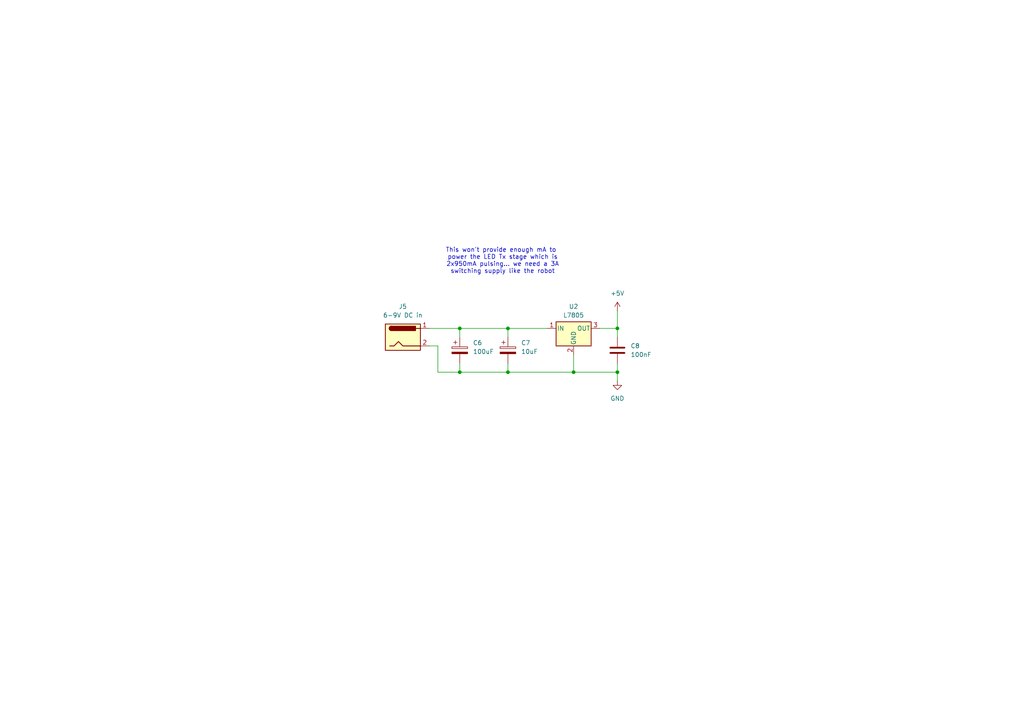
<source format=kicad_sch>
(kicad_sch (version 20231120) (generator "eeschema") (generator_version "8.0")
  (paper "A4")
  (title_block (title "VT2 Communicator - Power Supply") (date "2024-10-05") (rev "1_0") (company "https://www.waitingforfriday.com") (comment 1 "(c) 2024 Simon Inns") (comment 2 "License: Attribution-ShareAlike 4.0 International (CC BY-SA 4.0)"))
  (lib_symbols
    (symbol "Connector:Barrel_Jack" (pin_names (offset 1.016))
      (property "Reference" "J" (at 0 5.334 0))
      (property "Value" "Barrel_Jack" (at 0 -5.08 0))
      (symbol "Barrel_Jack_0_1"
        (rectangle (start -5.08 3.81) (end 5.08 -3.81) (stroke (width 0.254)) (fill (type background)))
        (arc (start -3.302 3.175) (mid -3.9343 2.54) (end -3.302 1.905) (stroke (width 0.254)))
        (arc (start -3.302 3.175) (mid -3.9343 2.54) (end -3.302 1.905) (stroke (width 0.254)) (fill (type outline)))
        (polyline (pts (xy 5.08 2.54) (xy 3.81 2.54)) (stroke (width 0.254)))
        (polyline (pts (xy -3.81 -2.54) (xy -2.54 -2.54) (xy -1.27 -1.27) (xy 0 -2.54) (xy 2.54 -2.54) (xy 5.08 -2.54)) (stroke (width 0.254)))
        (rectangle (start 3.683 3.175) (end -3.302 1.905) (stroke (width 0.254)) (fill (type outline)))
      )
      (symbol "Barrel_Jack_1_1"
        (pin passive line (at 7.62 2.54 180) (length 2.54) (name "~") (number "1"))
        (pin passive line (at 7.62 -2.54 180) (length 2.54) (name "~") (number "2"))
      )
    )
    (symbol "Device:C" (pin_numbers hide) (pin_names (offset 0.254))
      (property "Reference" "C" (at 0.635 2.54 0))
      (property "Value" "C" (at 0.635 -2.54 0))
      (symbol "C_0_1"
        (polyline (pts (xy -2.032 -0.762) (xy 2.032 -0.762)) (stroke (width 0.508)))
        (polyline (pts (xy -2.032 0.762) (xy 2.032 0.762)) (stroke (width 0.508)))
      )
      (symbol "C_1_1"
        (pin passive line (at 0 3.81 270) (length 2.794) (name "~") (number "1"))
        (pin passive line (at 0 -3.81 90) (length 2.794) (name "~") (number "2"))
      )
    )
    (symbol "Device:C_Polarized" (pin_numbers hide) (pin_names (offset 0.254))
      (property "Reference" "C" (at 0.635 2.54 0))
      (property "Value" "C_Polarized" (at 0.635 -2.54 0))
      (symbol "C_Polarized_0_1"
        (rectangle (start -2.286 0.508) (end 2.286 1.016))
        (polyline (pts (xy -1.778 2.286) (xy -0.762 2.286)))
        (polyline (pts (xy -1.27 2.794) (xy -1.27 1.778)))
        (rectangle (start 2.286 -0.508) (end -2.286 -1.016) (fill (type outline)))
      )
      (symbol "C_Polarized_1_1"
        (pin passive line (at 0 3.81 270) (length 2.794) (name "~") (number "1"))
        (pin passive line (at 0 -3.81 90) (length 2.794) (name "~") (number "2"))
      )
    )
    (symbol "Regulator_Linear:L7805" (pin_names (offset 0.254))
      (property "Reference" "U" (at -3.81 3.175 0))
      (property "Value" "L7805" (at 0 3.175 0))
      (symbol "L7805_0_1"
        (rectangle (start -5.08 1.905) (end 5.08 -5.08) (stroke (width 0.254)) (fill (type background)))
      )
      (symbol "L7805_1_1"
        (pin power_in line (at -7.62 0 0) (length 2.54) (name "IN") (number "1"))
        (pin power_in line (at 0 -7.62 90) (length 2.54) (name "GND") (number "2"))
        (pin power_out line (at 7.62 0 180) (length 2.54) (name "OUT") (number "3"))
      )
    )
    (symbol "power:+5V" (power) (pin_numbers hide) (pin_names (offset 0) hide)
      (property "Value" "+5V" (at 0 3.556 0))
      (symbol "+5V_0_1"
        (polyline (pts (xy -0.762 1.27) (xy 0 2.54)))
        (polyline (pts (xy 0 0) (xy 0 2.54)))
        (polyline (pts (xy 0 2.54) (xy 0.762 1.27)))
      )
      (symbol "+5V_1_1"
        (pin power_in line (at 0 0 90) (length 0) (name "~") (number "1"))
      )
    )
    (symbol "power:GND" (power) (pin_numbers hide) (pin_names (offset 0) hide)
      (property "Value" "GND" (at 0 -3.81 0))
      (symbol "GND_0_1"
        (polyline (pts (xy 0 0) (xy 0 -1.27) (xy 1.27 -1.27) (xy 0 -2.54) (xy -1.27 -1.27) (xy 0 -1.27)))
      )
      (symbol "GND_1_1"
        (pin power_in line (at 0 0 270) (length 0) (name "~") (number "1"))
      )
    )
  )
  (junction (at 147.32 95.25))
  (junction (at 133.35 107.95))
  (junction (at 179.07 107.95))
  (junction (at 166.37 107.95))
  (junction (at 147.32 107.95))
  (junction (at 179.07 95.25))
  (junction (at 133.35 95.25))
  (wire (pts (xy 147.32 107.95) (xy 133.35 107.95)))
  (wire (pts (xy 147.32 95.25) (xy 147.32 97.79)))
  (wire (pts (xy 166.37 107.95) (xy 147.32 107.95)))
  (wire (pts (xy 179.07 95.25) (xy 173.99 95.25)))
  (wire (pts (xy 179.07 90.17) (xy 179.07 95.25)))
  (wire (pts (xy 127 107.95) (xy 133.35 107.95)))
  (wire (pts (xy 166.37 102.87) (xy 166.37 107.95)))
  (wire (pts (xy 127 100.33) (xy 127 107.95)))
  (wire (pts (xy 179.07 97.79) (xy 179.07 95.25)))
  (wire (pts (xy 124.46 100.33) (xy 127 100.33)))
  (wire (pts (xy 147.32 95.25) (xy 158.75 95.25)))
  (wire (pts (xy 133.35 95.25) (xy 147.32 95.25)))
  (wire (pts (xy 179.07 107.95) (xy 166.37 107.95)))
  (wire (pts (xy 124.46 95.25) (xy 133.35 95.25)))
  (wire (pts (xy 133.35 95.25) (xy 133.35 97.79)))
  (wire (pts (xy 133.35 107.95) (xy 133.35 105.41)))
  (wire (pts (xy 147.32 105.41) (xy 147.32 107.95)))
  (wire (pts (xy 179.07 105.41) (xy 179.07 107.95)))
  (wire (pts (xy 179.07 107.95) (xy 179.07 110.49)))
  (text "This won't provide enough mA to \npower the LED Tx stage which is\n2x950mA pulsing... we need a 3A\nswitching supply like the robot" (at 145.796 75.692 0) (effects (font (size 1.27 1.27))))
  (symbol (lib_id "Connector:Barrel_Jack") (at 116.84 97.79 0) (unit 1)
    (property "Reference" "J5" (at 116.84 88.9 0))
    (property "Value" "6-9V DC in" (at 116.84 91.44 0))
    (property "Description" "DC Barrel Jack" (effects (hide yes)))
  )
  (symbol (lib_id "power:+5V") (at 179.07 90.17 0) (unit 1)
    (property "Reference" "#PWR013" (effects (hide yes)))
    (property "Value" "+5V" (at 179.07 85.09 0))
    (property "Description" "Power symbol creates a global label with name \"+5V\"" (effects (hide yes)))
  )
  (symbol (lib_id "Regulator_Linear:L7805") (at 166.37 95.25 0) (unit 1)
    (property "Reference" "U2" (at 166.37 88.9 0))
    (property "Value" "L7805" (at 166.37 91.44 0))
    (property "Datasheet" "http://www.st.com/content/ccc/resource/technical/document/datasheet/41/4f/b3/b0/12/d4/47/88/CD00000444.pdf/files/CD00000444.pdf/jcr:content/translations/en.CD00000444.pdf" (effects (hide yes)))
    (property "Description" "Positive 1.5A 35V Linear Regulator, Fixed Output 5V, TO-220/TO-263/TO-252" (effects (hide yes)))
  )
  (symbol (lib_id "power:GND") (at 179.07 110.49 0) (unit 1)
    (property "Reference" "#PWR014" (effects (hide yes)))
    (property "Value" "GND" (at 179.07 115.57 0))
    (property "Description" "Power symbol creates a global label with name \"GND\" , ground" (effects (hide yes)))
  )
  (symbol (lib_id "Device:C") (at 179.07 101.6 0) (unit 1)
    (property "Reference" "C8" (at 182.88 100.3299 0) (effects (justify left)))
    (property "Value" "100nF" (at 182.88 102.8699 0) (effects (justify left)))
    (property "Description" "Unpolarized capacitor" (effects (hide yes)))
  )
  (symbol (lib_id "Device:C_Polarized") (at 147.32 101.6 0) (unit 1)
    (property "Reference" "C7" (at 151.13 99.4409 0) (effects (justify left)))
    (property "Value" "10uF" (at 151.13 101.9809 0) (effects (justify left)))
    (property "Description" "Polarized capacitor" (effects (hide yes)))
  )
  (symbol (lib_id "Device:C_Polarized") (at 133.35 101.6 0) (unit 1)
    (property "Reference" "C6" (at 137.16 99.4409 0) (effects (justify left)))
    (property "Value" "100uF" (at 137.16 101.9809 0) (effects (justify left)))
    (property "Description" "Polarized capacitor" (effects (hide yes)))
  )
)
</source>
